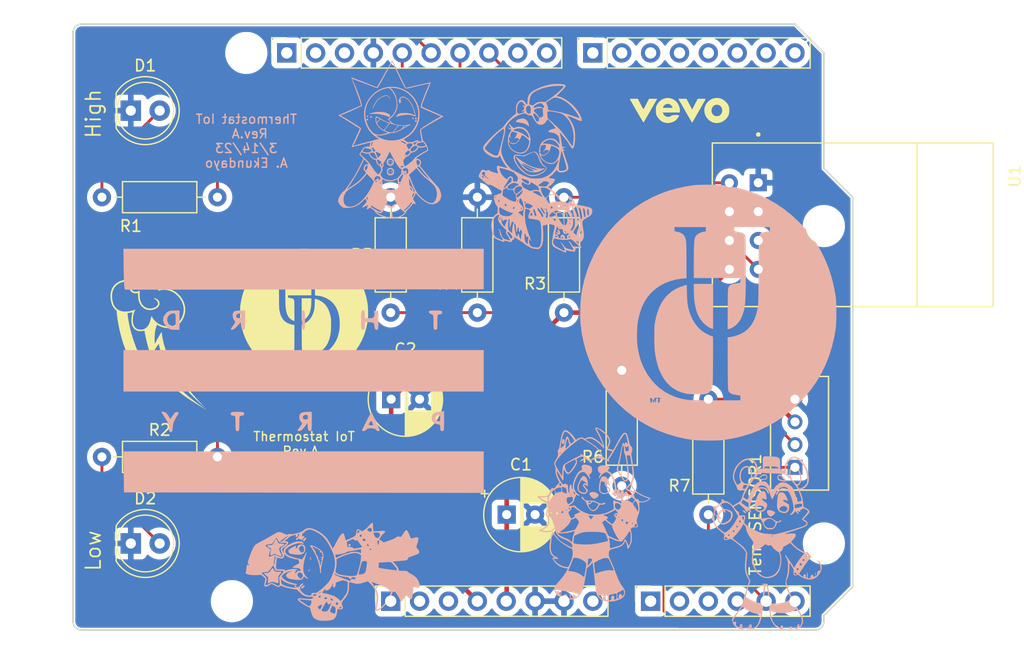
<source format=kicad_pcb>
(kicad_pcb (version 20221018) (generator pcbnew)
  (title_block (date "mar. 31 mars 2015"))
  (layers (0 "F.Cu" signal) (31 "B.Cu" signal) (34 "B.Paste" user) (35 "F.Paste" user) (36 "B.SilkS" user "B.Silkscreen") (37 "F.SilkS" user "F.Silkscreen") (38 "B.Mask" user) (39 "F.Mask" user) (44 "Edge.Cuts" user))
  (net 0 "")
  (net 1 "GND")
  (net 3 "+5V")
  (net 4 "/IOREF")
  (net 5 "/A0")
  (net 6 "/A1")
  (net 7 "/A2")
  (net 8 "/A3")
  (net 9 "/SCL{slash}A5")
  (net 10 "/13")
  (net 11 "/12")
  (net 12 "/AREF")
  (net 13 "/8")
  (net 14 "/7")
  (net 15 "/*10")
  (net 16 "/*9")
  (net 17 "/4")
  (net 18 "/2")
  (net 19 "/*6")
  (net 20 "/*5")
  (net 21 "/TX{slash}1")
  (net 22 "/*3")
  (net 23 "/RX{slash}0")
  (net 24 "VCC")
  (net 25 "/~{RESET}")
  (net 26 "+3.3V")
  (net 29 "Net-(U1-EN)")
  (net 30 "Net-(U1-RXD)")
  (net 31 "/A5")
  (net 33 "/A4")
  (net 34 "Net-(D1-A)")
  (net 35 "Net-(D2-A)")
  (net 36 "Net-(J3-Pin_5)")
  (net 37 "Net-(R6-Pad1)")
  (net 38 "Net-(R7-Pad1)")
  (net 39 "/*11")
  (footprint "Connector_PinSocket_2.54mm:PinSocket_1x08_P2.54mm_Vertical" (layer "F.Cu") (at 127.94 97.46 90)
    (fp_text reference "J1" hide)
    (fp_text value "Power")
    (pad "1" thru_hole rect locked (at 0 0 90) (size 1.7 1.7) (drill 1) (layers "*.Cu" "*.Mask"))
    (pad "2" thru_hole oval locked (at 0 2.54 90) (size 1.7 1.7) (drill 1) (layers "*.Cu" "*.Mask") (net 4 "/IOREF"))
    (pad "3" thru_hole oval locked (at 0 5.08 90) (size 1.7 1.7) (drill 1) (layers "*.Cu" "*.Mask") (net 25 "/~{RESET}"))
    (pad "4" thru_hole oval locked (at 0 7.62 90) (size 1.7 1.7) (drill 1) (layers "*.Cu" "*.Mask") (net 26 "+3.3V"))
    (pad "5" thru_hole oval locked (at 0 10.16 90) (size 1.7 1.7) (drill 1) (layers "*.Cu" "*.Mask") (net 3 "+5V"))
    (pad "6" thru_hole oval locked (at 0 12.7 90) (size 1.7 1.7) (drill 1) (layers "*.Cu" "*.Mask") (net 1 "GND"))
    (pad "7" thru_hole oval locked (at 0 15.24 90) (size 1.7 1.7) (drill 1) (layers "*.Cu" "*.Mask") (net 1 "GND"))
    (pad "8" thru_hole oval locked (at 0 17.78 90) (size 1.7 1.7) (drill 1) (layers "*.Cu" "*.Mask") (net 24 "VCC"))
  )
  (footprint "Connector_PinSocket_2.54mm:PinSocket_1x06_P2.54mm_Vertical" (layer "F.Cu") (at 150.8 97.46 90)
    (fp_text reference "J3" hide)
    (fp_text value "Analog")
    (pad "1" thru_hole rect locked (at 0 0 90) (size 1.7 1.7) (drill 1) (layers "*.Cu" "*.Mask") (net 5 "/A0"))
    (pad "2" thru_hole oval locked (at 0 2.54 90) (size 1.7 1.7) (drill 1) (layers "*.Cu" "*.Mask") (net 6 "/A1"))
    (pad "3" thru_hole oval locked (at 0 5.08 90) (size 1.7 1.7) (drill 1) (layers "*.Cu" "*.Mask") (net 7 "/A2"))
    (pad "4" thru_hole oval locked (at 0 7.62 90) (size 1.7 1.7) (drill 1) (layers "*.Cu" "*.Mask") (net 8 "/A3"))
    (pad "5" thru_hole oval locked (at 0 10.16 90) (size 1.7 1.7) (drill 1) (layers "*.Cu" "*.Mask") (net 36 "Net-(J3-Pin_5)"))
    (pad "6" thru_hole oval locked (at 0 12.7 90) (size 1.7 1.7) (drill 1) (layers "*.Cu" "*.Mask") (net 9 "/SCL{slash}A5"))
  )
  (footprint "Connector_PinSocket_2.54mm:PinSocket_1x10_P2.54mm_Vertical" (layer "F.Cu") (at 118.796 49.2 90)
    (fp_text reference "J2" hide)
    (fp_text value "Digital/PWM")
    (pad "1" thru_hole rect locked (at 0 0 90) (size 1.7 1.7) (drill 1) (layers "*.Cu" "*.Mask") (net 31 "/A5"))
    (pad "2" thru_hole oval locked (at 0 2.54 90) (size 1.7 1.7) (drill 1) (layers "*.Cu" "*.Mask") (net 33 "/A4"))
    (pad "3" thru_hole oval locked (at 0 5.08 90) (size 1.7 1.7) (drill 1) (layers "*.Cu" "*.Mask") (net 12 "/AREF"))
    (pad "4" thru_hole oval locked (at 0 7.62 90) (size 1.7 1.7) (drill 1) (layers "*.Cu" "*.Mask") (net 1 "GND"))
    (pad "5" thru_hole oval locked (at 0 10.16 90) (size 1.7 1.7) (drill 1) (layers "*.Cu" "*.Mask") (net 10 "/13"))
    (pad "6" thru_hole oval locked (at 0 12.7 90) (size 1.7 1.7) (drill 1) (layers "*.Cu" "*.Mask") (net 11 "/12"))
    (pad "7" thru_hole oval locked (at 0 15.24 90) (size 1.7 1.7) (drill 1) (layers "*.Cu" "*.Mask") (net 39 "/*11"))
    (pad "8" thru_hole oval locked (at 0 17.78 90) (size 1.7 1.7) (drill 1) (layers "*.Cu" "*.Mask") (net 15 "/*10"))
    (pad "9" thru_hole oval locked (at 0 20.32 90) (size 1.7 1.7) (drill 1) (layers "*.Cu" "*.Mask") (net 16 "/*9"))
    (pad "10" thru_hole oval locked (at 0 22.86 90) (size 1.7 1.7) (drill 1) (layers "*.Cu" "*.Mask") (net 13 "/8"))
  )
  (footprint "Connector_PinSocket_2.54mm:PinSocket_1x08_P2.54mm_Vertical" (layer "F.Cu") (at 145.72 49.2 90)
    (fp_text reference "J4" hide)
    (fp_text value "Digital/PWM")
    (pad "1" thru_hole rect locked (at 0 0 90) (size 1.7 1.7) (drill 1) (layers "*.Cu" "*.Mask") (net 14 "/7"))
    (pad "2" thru_hole oval locked (at 0 2.54 90) (size 1.7 1.7) (drill 1) (layers "*.Cu" "*.Mask") (net 19 "/*6"))
    (pad "3" thru_hole oval locked (at 0 5.08 90) (size 1.7 1.7) (drill 1) (layers "*.Cu" "*.Mask") (net 20 "/*5"))
    (pad "4" thru_hole oval locked (at 0 7.62 90) (size 1.7 1.7) (drill 1) (layers "*.Cu" "*.Mask") (net 17 "/4"))
    (pad "5" thru_hole oval locked (at 0 10.16 90) (size 1.7 1.7) (drill 1) (layers "*.Cu" "*.Mask") (net 22 "/*3"))
    (pad "6" thru_hole oval locked (at 0 12.7 90) (size 1.7 1.7) (drill 1) (layers "*.Cu" "*.Mask") (net 18 "/2"))
    (pad "7" thru_hole oval locked (at 0 15.24 90) (size 1.7 1.7) (drill 1) (layers "*.Cu" "*.Mask") (net 21 "/TX{slash}1"))
    (pad "8" thru_hole oval locked (at 0 17.78 90) (size 1.7 1.7) (drill 1) (layers "*.Cu" "*.Mask") (net 23 "/RX{slash}0"))
  )
  (footprint "LED_THT:LED_D5.0mm" (layer "F.Cu") (at 105.08 92.38)
    (fp_text reference "D2" (at 1.27 -3.96) (layer "F.SilkS"))
    (fp_text value "LED")
    (pad "1" thru_hole rect (at 0 0) (size 1.8 1.8) (drill 0.9) (layers "*.Cu" "*.Mask") (net 1 "GND"))
    (pad "2" thru_hole circle (at 2.54 0) (size 1.8 1.8) (drill 0.9) (layers "*.Cu" "*.Mask") (net 35 "Net-(D2-A)"))
  )
  (footprint "Resistor_THT:R_Axial_DIN0207_L6.3mm_D2.5mm_P10.16mm_Horizontal" (layer "F.Cu") (at 143.18 72.06 90)
    (fp_text reference "R3" (at 2.54 -2.54) (layer "F.SilkS"))
    (fp_text value "10k")
    (pad "1" thru_hole circle (at 0 0 90) (size 1.6 1.6) (drill 0.8) (layers "*.Cu" "*.Mask") (net 26 "+3.3V"))
    (pad "2" thru_hole oval (at 10.16 0 90) (size 1.6 1.6) (drill 0.8) (layers "*.Cu" "*.Mask") (net 29 "Net-(U1-EN)"))
  )
  (footprint "Capacitor_THT:CP_Radial_D6.3mm_P2.50mm" (layer "F.Cu") (at 138.14 89.84)
    (fp_text reference "C1" (at 1.25 -4.4) (layer "F.SilkS"))
    (fp_text value "C_Polarized_US")
    (pad "1" thru_hole rect (at 0 0) (size 1.6 1.6) (drill 0.8) (layers "*.Cu" "*.Mask") (net 3 "+5V"))
    (pad "2" thru_hole circle (at 2.5 0) (size 1.6 1.6) (drill 0.8) (layers "*.Cu" "*.Mask") (net 1 "GND"))
  )
  (footprint "110990030:SEEED_110990030" (layer "F.Cu") (at 163.5 82.68 90)
    (fp_text reference "TempSENSOR1" (at -7.16 -3.485 90) (layer "F.SilkS"))
    (fp_text value "110990030")
    (pad "1" thru_hole rect (at -3 0 90) (size 1.308 1.308) (drill 0.8) (layers "*.Cu" "*.Mask") (net 37 "Net-(R6-Pad1)"))
    (pad "2" thru_hole circle (at -1 0 90) (size 1.308 1.308) (drill 0.8) (layers "*.Cu" "*.Mask") (net 38 "Net-(R7-Pad1)"))
    (pad "3" thru_hole circle (at 1 0 90) (size 1.308 1.308) (drill 0.8) (layers "*.Cu" "*.Mask") (net 3 "+5V"))
    (pad "4" thru_hole circle (at 3 0 90) (size 1.308 1.308) (drill 0.8) (layers "*.Cu" "*.Mask") (net 1 "GND"))
  )
  (footprint "Resistor_THT:R_Axial_DIN0207_L6.3mm_D2.5mm_P10.16mm_Horizontal" (layer "F.Cu") (at 102.54 61.9)
    (fp_text reference "R1" (at 2.54 2.54) (layer "F.SilkS"))
    (fp_text value "1k")
    (pad "1" thru_hole circle (at 0 0) (size 1.6 1.6) (drill 0.8) (layers "*.Cu" "*.Mask") (net 34 "Net-(D1-A)"))
    (pad "2" thru_hole oval (at 10.16 0) (size 1.6 1.6) (drill 0.8) (layers "*.Cu" "*.Mask") (net 11 "/12"))
  )
  (footprint "LOGO" (layer "F.Cu") (at 107.62 74.6)
    (fp_text reference "G***" hide)
    (fp_text value "LOGO" hide)
  )
  (footprint "LOGO" (layer "F.Cu") (at 153.34 54.28)
    (fp_text reference "G***" hide)
    (fp_text value "LOGO" hide)
  )
  (footprint "Arduino_MountingHole:MountingHole_3.2mm" (layer "F.Cu") (at 115.24 49.2)
    (fp_text reference "MH1" hide)
    (fp_text value "MountingHole_3.2mm" hide)
    (pad "" np_thru_hole circle locked (at 0 0) (size 3.2 3.2) (drill 3.2) (layers "*.Cu" "*.Mask"))
  )
  (footprint "Resistor_THT:R_Axial_DIN0207_L6.3mm_D2.5mm_P10.16mm_Horizontal" (layer "F.Cu") (at 127.94 61.9 -90)
    (fp_text reference "R5" (at 5.08 2.54) (layer "F.SilkS"))
    (fp_text value "1k")
    (pad "1" thru_hole circle (at 0 0 270) (size 1.6 1.6) (drill 0.8) (layers "*.Cu" "*.Mask") (net 39 "/*11"))
    (pad "2" thru_hole oval (at 10.16 0 270) (size 1.6 1.6) (drill 0.8) (layers "*.Cu" "*.Mask") (net 30 "Net-(U1-RXD)"))
  )
  (footprint "ESP8266-01_ESP-01:XCVR_ESP8266-01_ESP-01" (layer "F.Cu") (at 168.58 64.44 -90)
    (fp_text reference "U1" (at -4.385 -14.235 90) (layer "F.SilkS"))
    (fp_text value "ESP8266-01/ESP-01" hide)
    (pad "1" thru_hole rect (at -3.81 8.31 270) (size 1.5 1.5) (drill 0.8) (layers "*.Cu" "*.Mask") (net 1 "GND"))
    (pad "2" thru_hole circle (at -1.27 8.31 270) (size 1.5 1.5) (drill 0.8) (layers "*.Cu" "*.Mask"))
    (pad "3" thru_hole circle (at 1.27 8.31 270) (size 1.5 1.5) (drill 0.8) (layers "*.Cu" "*.Mask"))
    (pad "4" thru_hole circle (at 3.81 8.31 270) (size 1.5 1.5) (drill 0.8) (layers "*.Cu" "*.Mask") (net 30 "Net-(U1-RXD)"))
    (pad "5" thru_hole circle (at -3.81 10.85 270) (size 1.5 1.5) (drill 0.8) (layers "*.Cu" "*.Mask") (net 15 "/*10"))
    (pad "6" thru_hole circle (at -1.27 10.85 270) (size 1.5 1.5) (drill 0.8) (layers "*.Cu" "*.Mask") (net 29 "Net-(U1-EN)"))
    (pad "7" thru_hole circle (at 1.27 10.85 270) (size 1.5 1.5) (drill 0.8) (layers "*.Cu" "*.Mask"))
    (pad "8" thru_hole circle (at 3.81 10.85 270) (size 1.5 1.5) (drill 0.8) (layers "*.Cu" "*.Mask") (net 26 "+3.3V"))
  )
  (footprint "LED_THT:LED_D5.0mm" (layer "F.Cu") (at 105.08 54.28)
    (fp_text reference "D1" (at 1.27 -3.96) (layer "F.SilkS"))
    (fp_text value "LED")
    (pad "1" thru_hole rect (at 0 0) (size 1.8 1.8) (drill 0.9) (layers "*.Cu" "*.Mask") (net 1 "GND"))
    (pad "2" thru_hole circle (at 2.54 0) (size 1.8 1.8) (drill 0.9) (layers "*.Cu" "*.Mask") (net 34 "Net-(D1-A)"))
  )
  (footprint "Resistor_THT:R_Axial_DIN0207_L6.3mm_D2.5mm_P10.16mm_Horizontal" (layer "F.Cu") (at 135.56 72.06 90)
    (fp_text reference "R4" (at 2.54 -2.54) (layer "F.SilkS"))
    (fp_text value "2k")
    (pad "1" thru_hole circle (at 0 0 90) (size 1.6 1.6) (drill 0.8) (layers "*.Cu" "*.Mask") (net 30 "Net-(U1-RXD)"))
    (pad "2" thru_hole oval (at 10.16 0 90) (size 1.6 1.6) (drill 0.8) (layers "*.Cu" "*.Mask") (net 1 "GND"))
  )
  (footprint "LOGO" (layer "F.Cu") (at 120.32 72.06)
    (fp_text reference "G***" hide)
    (fp_text value "LOGO" hide)
  )
  (footprint "Resistor_THT:R_Axial_DIN0207_L6.3mm_D2.5mm_P10.16mm_Horizontal" (layer "F.Cu") (at 155.88 79.68 -90)
    (fp_text reference "R7" (at 7.62 2.54 -180) (layer "F.SilkS"))
    (fp_text value "4.7k")
    (pad "1" thru_hole circle (at 0 0 270) (size 1.6 1.6) (drill 0.8) (layers "*.Cu" "*.Mask") (net 38 "Net-(R7-Pad1)"))
    (pad "2" thru_hole oval (at 10.16 0 270) (size 1.6 1.6) (drill 0.8) (layers "*.Cu" "*.Mask") (net 36 "Net-(J3-Pin_5)"))
  )
  (footprint "Capacitor_THT:CP_Radial_D6.3mm_P2.50mm" (layer "F.Cu") (at 127.98 79.68)
    (fp_text reference "C2" (at 1.25 -4.4) (layer "F.SilkS"))
    (fp_text value "C_Polarized_US")
    (pad "1" thru_hole rect (at 0 0) (size 1.6 1.6) (drill 0.8) (layers "*.Cu" "*.Mask") (net 26 "+3.3V"))
    (pad "2" thru_hole circle (at 2.5 0) (size 1.6 1.6) (drill 0.8) (layers "*.Cu" "*.Mask") (net 1 "GND"))
  )
  (footprint "Resistor_THT:R_Axial_DIN0207_L6.3mm_D2.5mm_P10.16mm_Horizontal" (layer "F.Cu") (at 102.54 84.76)
    (fp_text reference "R2" (at 5.08 -2.37) (layer "F.SilkS"))
    (fp_text value "1k")
    (pad "1" thru_hole circle (at 0 0) (size 1.6 1.6) (drill 0.8) (layers "*.Cu" "*.Mask") (net 35 "Net-(D2-A)"))
    (pad "2" thru_hole oval (at 10.16 0) (size 1.6 1.6) (drill 0.8) (layers "*.Cu" "*.Mask") (net 10 "/13"))
  )
  (footprint "Arduino_MountingHole:MountingHole_3.2mm" (layer "F.Cu") (at 113.97 97.46)
    (fp_text reference "MH2" hide)
    (fp_text value "MountingHole_3.2mm" hide)
    (pad "" np_thru_hole circle locked (at 0 0) (size 3.2 3.2) (drill 3.2) (layers "*.Cu" "*.Mask"))
  )
  (footprint "Resistor_THT:R_Axial_DIN0207_L6.3mm_D2.5mm_P10.16mm_Horizontal" (layer "F.Cu") (at 148.26 77.14 -90)
    (fp_text reference "R6" (at 7.62 2.54) (layer "F.SilkS"))
    (fp_text value "4.7k")
    (pad "1" thru_hole circle (at 0 0 270) (size 1.6 1.6) (drill 0.8) (layers "*.Cu" "*.Mask") (net 37 "Net-(R6-Pad1)"))
    (pad "2" thru_hole oval (at 10.16 0 270) (size 1.6 1.6) (drill 0.8) (layers "*.Cu" "*.Mask") (net 9 "/SCL{slash}A5"))
  )
  (footprint "Arduino_MountingHole:MountingHole_3.2mm" (layer "F.Cu") (at 166.04 64.44)
    (fp_text reference "MH3" hide)
    (fp_text value "MountingHole_3.2mm" hide)
    (pad "" np_thru_hole circle locked (at 0 0) (size 3.2 3.2) (drill 3.2) (layers "*.Cu" "*.Mask"))
  )
  (footprint "Arduino_MountingHole:MountingHole_3.2mm" (layer "F.Cu") (at 166.04 92.38)
    (fp_text reference "MH4" hide)
    (fp_text value "MountingHole_3.2mm" hide)
    (pad "" np_thru_hole circle locked (at 0 0) (size 3.2 3.2) (drill 3.2) (layers "*.Cu" "*.Mask"))
  )
  (footprint "LOGO" (layer "B.Cu") (at 145.72 89.84 180)
    (fp_text reference "G***" hide)
    (fp_text value "LOGO" hide)
  )
  (footprint "LOGO" (layer "B.Cu") (at 120.32 77.14 180)
    (fp_text reference "G***" hide)
    (fp_text value "LOGO" hide)
  )
  (footprint "LOGO" (layer "B.Cu") (at 155.88 72.06 180)
    (fp_text reference "G***" hide)
    (fp_text value "LOGO" hide)
  )
  (footprint "LOGO" (layer "B.Cu") (at 127.94 56.82 180)
    (fp_text reference "G***" hide)
    (fp_text value "LOGO" hide)
  )
  (footprint "LOGO" (layer "B.Cu") (at 160.96 92.38 180)
    (fp_text reference "G***" hide)
    (fp_text value "LOGO" hide)
  )
  (footprint "LOGO" (layer "B.Cu") (at 140.64 59.36 180)
    (fp_text reference "G***" hide)
    (fp_text value "LOGO" hide)
  )
  (footprint "LOGO" (layer "B.Cu") (at 122.86 94.92 -90)
    (fp_text reference "G***" hide)
    (fp_text value "LOGO" hide)
  )
  (gr_line (start 166.04 59.36) (end 168.58 61.9) (stroke (width 0.15)) (layer "Edge.Cuts"))
  (gr_line (start 100 99.238) (end 100 47.422) (stroke (width 0.15)) (layer "Edge.Cuts"))
  (gr_line (start 168.58 61.9) (end 168.58 96.19) (stroke (width 0.15)) (layer "Edge.Cuts"))
  (gr_line (start 165.278 100) (end 100.762 100) (stroke (width 0.15)) (layer "Edge.Cuts"))
  (gr_line (start 100.762 46.66) (end 163.5 46.66) (stroke (width 0.15)) (layer "Edge.Cuts"))
  (gr_arc (start 100.762 100) (mid 100.223185 99.776815) (end 100 99.238) (stroke (width 0.15)) (layer "Edge.Cuts"))
  (gr_line (start 168.58 96.19) (end 166.04 98.73) (stroke (width 0.15)) (layer "Edge.Cuts"))
  (gr_line (start 163.5 46.66) (end 166.04 49.2) (stroke (width 0.15)) (layer "Edge.Cuts"))
  (gr_arc (start 166.04 99.238) (mid 165.816815 99.776815) (end 165.278 100) (stroke (width 0.15)) (layer "Edge.Cuts"))
  (gr_line (start 166.04 49.2) (end 166.04 59.36) (stroke (width 0.15)) (layer "Edge.Cuts"))
  (gr_line (start 166.04 98.73) (end 166.04 99.238) (stroke (width 0.15)) (layer "Edge.Cuts"))
  (gr_arc (start 100 47.422) (mid 100.223185 46.883185) (end 100.762 46.66) (stroke (width 0.15)) (layer "Edge.Cuts"))
  (gr_text "Thermostat IoT\nRev.A \n3/14/23\nA. Ekundayo" (at 115.24 59.36) (layer "B.SilkS") (effects (font (size 0.8 0.8) (thickness 0.125)) (justify bottom mirror)))
  (gr_text "High" (at 102.54 56.82 90) (layer "F.SilkS") (effects (font (size 1.3 1.3) (thickness 0.153)) (justify left bottom)))
  (gr_text "Thermostat IoT\nRev.A \n3/14/23\nA. Ekundayo" (at 120.32 87.3) (layer "F.SilkS") (effects (font (size 0.8 0.8) (thickness 0.125)) (justify bottom)))
  (gr_text "Low" (at 102.54 94.92 90) (layer "F.SilkS") (effects (font (size 1.3 1.3) (thickness 0.153)) (justify left bottom)))
  (segment (start 143.18 74.6) (end 156.42 74.6) (width 0.4) (layer "F.Cu") (net 3))
  (segment (start 138.14 79.64) (end 143.18 74.6) (width 0.4) (layer "F.Cu") (net 3))
  (segment (start 138.14 97.42) (end 138.1 97.46) (width 0.25) (layer "F.Cu") (net 3))
  (segment (start 138.14 89.84) (end 138.14 79.64) (width 0.4) (layer "F.Cu") (net 3))
  (segment (start 138.14 89.84) (end 138.14 97.42) (width 0.4) (layer "F.Cu") (net 3))
  (segment (start 156.42 74.6) (end 163.5 81.68) (width 0.4) (layer "F.Cu") (net 3))
  (segment (start 153.34 99.675) (end 161.285 99.675) (width 0.25) (layer "F.Cu") (net 9))
  (segment (start 148.26 87.3) (end 151.975 91.015) (width 0.25) (layer "F.Cu") (net 9))
  (segment (start 151.975 98.31) (end 153.34 99.675) (width 0.25) (layer "F.Cu") (net 9))
  (segment (start 151.975 91.015) (end 151.975 98.31) (width 0.25) (layer "F.Cu") (net 9))
  (segment (start 161.285 99.675) (end 163.5 97.46) (width 0.25) (layer "F.Cu") (net 9))
  (segment (start 112.7 84.76) (end 112.7 66.98) (width 0.25) (layer "F.Cu") (net 10))
  (segment (start 120.32 59.36) (end 125.4 59.36) (width 0.25) (layer "F.Cu") (net 10))
  (segment (start 112.7 66.98) (end 120.32 59.36) (width 0.25) (layer "F.Cu") (net 10))
  (segment (start 125.4 59.36) (end 128.956 55.804) (width 0.25) (layer "F.Cu") (net 10))
  (segment (start 112.7 84.123604) (end 113.018198 84.441802) (width 0.25) (layer "F.Cu") (net 10))
  (segment (start 128.956 55.804) (end 128.956 49.2) (width 0.25) (layer "F.Cu") (net 10))
  (segment (start 112.139 47.221) (end 129.517 47.221) (width 0.25) (layer "F.Cu") (net 11))
  (segment (start 129.517 47.221) (end 131.496 49.2) (width 0.25) (layer "F.Cu") (net 11))
  (segment (start 110.16 49.2) (end 112.139 47.221) (width 0.25) (layer "F.Cu") (net 11))
  (segment (start 110.16 51.74) (end 110.16 49.2) (width 0.25) (layer "F.Cu") (net 11))
  (segment (start 112.7 54.28) (end 110.16 51.74) (width 0.25) (layer "F.Cu") (net 11))
  (segment (start 112.7 61.9) (end 112.7 54.28) (width 0.25) (layer "F.Cu") (net 11))
  (segment (start 150.8 56.82) (end 154.61 60.63) (width 0.25) (layer "F.Cu") (net 15))
  (segment (start 136.576 49.2) (end 144.196 56.82) (width 0.25) (layer "F.Cu") (net 15))
  (segment (start 154.61 60.63) (end 157.73 60.63) (width 0.25) (layer "F.Cu") (net 15))
  (segment (start 144.196 56.82) (end 150.8 56.82) (width 0.25) (layer "F.Cu") (net 15))
  (segment (start 127.98 79.64) (end 127.98 79.68) (width 0.25) (layer "F.Cu") (net 26))
  (segment (start 143.18 72.06) (end 153.92 72.06) (width 0.4) (layer "F.Cu") (net 26))
  (segment (start 138.1 77.14) (end 143.18 72.06) (width 0.4) (layer "F.Cu") (net 26))
  (segment (start 153.92 72.06) (end 157.73 68.25) (width 0.4) (layer "F.Cu") (net 26))
  (segment (start 127.98 79.68) (end 127.98 89.88) (width 0.4) (layer "F.Cu") (net 26))
  (segment (start 127.98 89.88) (end 135.56 97.46) (width 0.4) (layer "F.Cu") (net 26))
  (segment (start 127.98 79.68) (end 130.52 77.14) (width 0.4) (layer "F.Cu") (net 26))
  (segment (start 130.52 77.14) (end 138.1 77.14) (width 0.4) (layer "F.Cu") (net 26))
  (segment (start 150.8 64.44) (end 156.46 64.44) (width 0.25) (layer "F.Cu") (net 29))
  (segment (start 148.26 61.9) (end 150.8 64.44) (width 0.25) (layer "F.Cu") (net 29))
  (segment (start 143.18 61.9) (end 148.26 61.9) (width 0.25) (layer "F.Cu") (net 29))
  (segment (start 156.46 64.44) (end 157.73 63.17) (width 0.25) (layer "F.Cu") (net 29))
  (segment (start 135.56 72.06) (end 138.1 72.06) (width 0.25) (layer "F.Cu") (net 30))
  (segment (start 138.1 72.06) (end 143.18 66.98) (width 0.25) (layer "F.Cu") (net 30))
  (segment (start 127.94 72.06) (end 135.56 72.06) (width 0.25) (layer "F.Cu") (net 30))
  (segment (start 143.18 66.98) (end 159 66.98) (width 0.25) (layer "F.Cu") (net 30))
  (segment (start 159 66.98) (end 160.27 68.25) (width 0.25) (layer "F.Cu") (net 30))
  (segment (start 107.62 54.28) (end 102.54 59.36) (width 0.25) (layer "F.Cu") (net 34))
  (segment (start 102.54 59.36) (end 102.54 61.9) (width 0.25) (layer "F.Cu") (net 34))
  (segment (start 102.54 84.76) (end 102.54 87.3) (width 0.25) (layer "F.Cu") (net 35))
  (segment (start 102.54 87.3) (end 107.62 92.38) (width 0.25) (layer "F.Cu") (net 35))
  (segment (start 155.88 89.84) (end 155.88 92.38) (width 0.25) (layer "F.Cu") (net 36))
  (segment (start 155.88 92.38) (end 160.96 97.46) (width 0.25) (layer "F.Cu") (net 36))
  (segment (start 153.34 82.22) (end 156.8 85.68) (width 0.25) (layer "F.Cu") (net 37))
  (segment (start 156.8 85.68) (end 163.5 85.68) (width 0.25) (layer "F.Cu") (net 37))
  (segment (start 148.26 77.14) (end 150.8 77.14) (width 0.25) (layer "F.Cu") (net 37))
  (segment (start 153.34 79.68) (end 153.34 82.22) (width 0.25) (layer "F.Cu") (net 37))
  (segment (start 150.8 77.14) (end 153.34 79.68) (width 0.25) (layer "F.Cu") (net 37))
  (segment (start 159.5 79.68) (end 155.88 79.68) (width 0.25) (layer "F.Cu") (net 38))
  (segment (start 163.5 83.68) (end 159.5 79.68) (width 0.25) (layer "F.Cu") (net 38))
  (segment (start 127.94 61.9) (end 134.036 55.804) (width 0.25) (layer "F.Cu") (net 39))
  (segment (start 134.036 55.804) (end 134.036 49.2) (width 0.25) (layer "F.Cu") (net 39))
  (segment (start 134.036 49.2) (end 133.969009 49.2) (width 0.25) (layer "F.Cu") (net 39))
  (zone (net 1) (net_name "GND") (layer "B.Cu") (connect_pads (clearance 0.508)) (min_thickness 0.25) (fill yes (thermal_gap 0.5) (thermal_bridge_width 0.5))
    (polygon (pts (xy 100 100) (xy 100 46.66) (xy 168.58 46.66) (xy 168.58 100)))
  )
)
</source>
